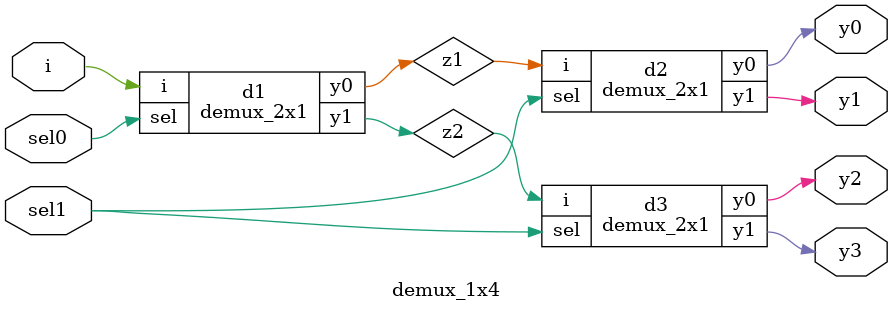
<source format=v>
module demux_2x1(
  input sel,
  input i,
  output y0, y1);
  
  assign {y0,y1} = sel?{1'b0,i}: {i,1'b0};
endmodule

module demux_1x4(
  input sel0, sel1,
  input  i,
  output reg y0, y1, y2, y3);
  
  wire z1,z2;
  
  demux_2x1 d1(sel0, i, z1, z2);
  demux_2x1 d2(sel1, z1, y0, y1);
  demux_2x1 d3(sel1, z2, y2, y3);
endmodule

</source>
